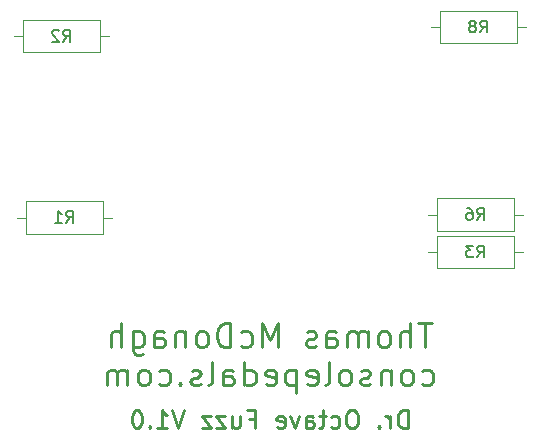
<source format=gbr>
G04 #@! TF.GenerationSoftware,KiCad,Pcbnew,(5.1.7)-1*
G04 #@! TF.CreationDate,2021-10-10T20:00:40-05:00*
G04 #@! TF.ProjectId,DrOctaveFuzz,44724f63-7461-4766-9546-757a7a2e6b69,rev?*
G04 #@! TF.SameCoordinates,Original*
G04 #@! TF.FileFunction,Legend,Bot*
G04 #@! TF.FilePolarity,Positive*
%FSLAX46Y46*%
G04 Gerber Fmt 4.6, Leading zero omitted, Abs format (unit mm)*
G04 Created by KiCad (PCBNEW (5.1.7)-1) date 2021-10-10 20:00:40*
%MOMM*%
%LPD*%
G01*
G04 APERTURE LIST*
%ADD10C,0.250000*%
%ADD11C,0.120000*%
%ADD12C,0.150000*%
G04 APERTURE END LIST*
D10*
X144392857Y-121963571D02*
X144392857Y-120463571D01*
X144035714Y-120463571D01*
X143821428Y-120535000D01*
X143678571Y-120677857D01*
X143607142Y-120820714D01*
X143535714Y-121106428D01*
X143535714Y-121320714D01*
X143607142Y-121606428D01*
X143678571Y-121749285D01*
X143821428Y-121892142D01*
X144035714Y-121963571D01*
X144392857Y-121963571D01*
X142892857Y-121963571D02*
X142892857Y-120963571D01*
X142892857Y-121249285D02*
X142821428Y-121106428D01*
X142750000Y-121035000D01*
X142607142Y-120963571D01*
X142464285Y-120963571D01*
X141964285Y-121820714D02*
X141892857Y-121892142D01*
X141964285Y-121963571D01*
X142035714Y-121892142D01*
X141964285Y-121820714D01*
X141964285Y-121963571D01*
X139821428Y-120463571D02*
X139535714Y-120463571D01*
X139392857Y-120535000D01*
X139250000Y-120677857D01*
X139178571Y-120963571D01*
X139178571Y-121463571D01*
X139250000Y-121749285D01*
X139392857Y-121892142D01*
X139535714Y-121963571D01*
X139821428Y-121963571D01*
X139964285Y-121892142D01*
X140107142Y-121749285D01*
X140178571Y-121463571D01*
X140178571Y-120963571D01*
X140107142Y-120677857D01*
X139964285Y-120535000D01*
X139821428Y-120463571D01*
X137892857Y-121892142D02*
X138035714Y-121963571D01*
X138321428Y-121963571D01*
X138464285Y-121892142D01*
X138535714Y-121820714D01*
X138607142Y-121677857D01*
X138607142Y-121249285D01*
X138535714Y-121106428D01*
X138464285Y-121035000D01*
X138321428Y-120963571D01*
X138035714Y-120963571D01*
X137892857Y-121035000D01*
X137464285Y-120963571D02*
X136892857Y-120963571D01*
X137250000Y-120463571D02*
X137250000Y-121749285D01*
X137178571Y-121892142D01*
X137035714Y-121963571D01*
X136892857Y-121963571D01*
X135750000Y-121963571D02*
X135750000Y-121177857D01*
X135821428Y-121035000D01*
X135964285Y-120963571D01*
X136250000Y-120963571D01*
X136392857Y-121035000D01*
X135750000Y-121892142D02*
X135892857Y-121963571D01*
X136250000Y-121963571D01*
X136392857Y-121892142D01*
X136464285Y-121749285D01*
X136464285Y-121606428D01*
X136392857Y-121463571D01*
X136250000Y-121392142D01*
X135892857Y-121392142D01*
X135750000Y-121320714D01*
X135178571Y-120963571D02*
X134821428Y-121963571D01*
X134464285Y-120963571D01*
X133321428Y-121892142D02*
X133464285Y-121963571D01*
X133750000Y-121963571D01*
X133892857Y-121892142D01*
X133964285Y-121749285D01*
X133964285Y-121177857D01*
X133892857Y-121035000D01*
X133750000Y-120963571D01*
X133464285Y-120963571D01*
X133321428Y-121035000D01*
X133250000Y-121177857D01*
X133250000Y-121320714D01*
X133964285Y-121463571D01*
X130964285Y-121177857D02*
X131464285Y-121177857D01*
X131464285Y-121963571D02*
X131464285Y-120463571D01*
X130750000Y-120463571D01*
X129535714Y-120963571D02*
X129535714Y-121963571D01*
X130178571Y-120963571D02*
X130178571Y-121749285D01*
X130107142Y-121892142D01*
X129964285Y-121963571D01*
X129750000Y-121963571D01*
X129607142Y-121892142D01*
X129535714Y-121820714D01*
X128964285Y-120963571D02*
X128178571Y-120963571D01*
X128964285Y-121963571D01*
X128178571Y-121963571D01*
X127750000Y-120963571D02*
X126964285Y-120963571D01*
X127750000Y-121963571D01*
X126964285Y-121963571D01*
X125464285Y-120463571D02*
X124964285Y-121963571D01*
X124464285Y-120463571D01*
X123178571Y-121963571D02*
X124035714Y-121963571D01*
X123607142Y-121963571D02*
X123607142Y-120463571D01*
X123750000Y-120677857D01*
X123892857Y-120820714D01*
X124035714Y-120892142D01*
X122535714Y-121820714D02*
X122464285Y-121892142D01*
X122535714Y-121963571D01*
X122607142Y-121892142D01*
X122535714Y-121820714D01*
X122535714Y-121963571D01*
X121535714Y-120463571D02*
X121392857Y-120463571D01*
X121250000Y-120535000D01*
X121178571Y-120606428D01*
X121107142Y-120749285D01*
X121035714Y-121035000D01*
X121035714Y-121392142D01*
X121107142Y-121677857D01*
X121178571Y-121820714D01*
X121250000Y-121892142D01*
X121392857Y-121963571D01*
X121535714Y-121963571D01*
X121678571Y-121892142D01*
X121750000Y-121820714D01*
X121821428Y-121677857D01*
X121892857Y-121392142D01*
X121892857Y-121035000D01*
X121821428Y-120749285D01*
X121750000Y-120606428D01*
X121678571Y-120535000D01*
X121535714Y-120463571D01*
X146429285Y-113103761D02*
X145286428Y-113103761D01*
X145857857Y-115103761D02*
X145857857Y-113103761D01*
X144619761Y-115103761D02*
X144619761Y-113103761D01*
X143762619Y-115103761D02*
X143762619Y-114056142D01*
X143857857Y-113865666D01*
X144048333Y-113770428D01*
X144334047Y-113770428D01*
X144524523Y-113865666D01*
X144619761Y-113960904D01*
X142524523Y-115103761D02*
X142715000Y-115008523D01*
X142810238Y-114913285D01*
X142905476Y-114722809D01*
X142905476Y-114151380D01*
X142810238Y-113960904D01*
X142715000Y-113865666D01*
X142524523Y-113770428D01*
X142238809Y-113770428D01*
X142048333Y-113865666D01*
X141953095Y-113960904D01*
X141857857Y-114151380D01*
X141857857Y-114722809D01*
X141953095Y-114913285D01*
X142048333Y-115008523D01*
X142238809Y-115103761D01*
X142524523Y-115103761D01*
X141000714Y-115103761D02*
X141000714Y-113770428D01*
X141000714Y-113960904D02*
X140905476Y-113865666D01*
X140715000Y-113770428D01*
X140429285Y-113770428D01*
X140238809Y-113865666D01*
X140143571Y-114056142D01*
X140143571Y-115103761D01*
X140143571Y-114056142D02*
X140048333Y-113865666D01*
X139857857Y-113770428D01*
X139572142Y-113770428D01*
X139381666Y-113865666D01*
X139286428Y-114056142D01*
X139286428Y-115103761D01*
X137476904Y-115103761D02*
X137476904Y-114056142D01*
X137572142Y-113865666D01*
X137762619Y-113770428D01*
X138143571Y-113770428D01*
X138334047Y-113865666D01*
X137476904Y-115008523D02*
X137667380Y-115103761D01*
X138143571Y-115103761D01*
X138334047Y-115008523D01*
X138429285Y-114818047D01*
X138429285Y-114627571D01*
X138334047Y-114437095D01*
X138143571Y-114341857D01*
X137667380Y-114341857D01*
X137476904Y-114246619D01*
X136619761Y-115008523D02*
X136429285Y-115103761D01*
X136048333Y-115103761D01*
X135857857Y-115008523D01*
X135762619Y-114818047D01*
X135762619Y-114722809D01*
X135857857Y-114532333D01*
X136048333Y-114437095D01*
X136334047Y-114437095D01*
X136524523Y-114341857D01*
X136619761Y-114151380D01*
X136619761Y-114056142D01*
X136524523Y-113865666D01*
X136334047Y-113770428D01*
X136048333Y-113770428D01*
X135857857Y-113865666D01*
X133381666Y-115103761D02*
X133381666Y-113103761D01*
X132715000Y-114532333D01*
X132048333Y-113103761D01*
X132048333Y-115103761D01*
X130238809Y-115008523D02*
X130429285Y-115103761D01*
X130810238Y-115103761D01*
X131000714Y-115008523D01*
X131095952Y-114913285D01*
X131191190Y-114722809D01*
X131191190Y-114151380D01*
X131095952Y-113960904D01*
X131000714Y-113865666D01*
X130810238Y-113770428D01*
X130429285Y-113770428D01*
X130238809Y-113865666D01*
X129381666Y-115103761D02*
X129381666Y-113103761D01*
X128905476Y-113103761D01*
X128619761Y-113199000D01*
X128429285Y-113389476D01*
X128334047Y-113579952D01*
X128238809Y-113960904D01*
X128238809Y-114246619D01*
X128334047Y-114627571D01*
X128429285Y-114818047D01*
X128619761Y-115008523D01*
X128905476Y-115103761D01*
X129381666Y-115103761D01*
X127095952Y-115103761D02*
X127286428Y-115008523D01*
X127381666Y-114913285D01*
X127476904Y-114722809D01*
X127476904Y-114151380D01*
X127381666Y-113960904D01*
X127286428Y-113865666D01*
X127095952Y-113770428D01*
X126810238Y-113770428D01*
X126619761Y-113865666D01*
X126524523Y-113960904D01*
X126429285Y-114151380D01*
X126429285Y-114722809D01*
X126524523Y-114913285D01*
X126619761Y-115008523D01*
X126810238Y-115103761D01*
X127095952Y-115103761D01*
X125572142Y-113770428D02*
X125572142Y-115103761D01*
X125572142Y-113960904D02*
X125476904Y-113865666D01*
X125286428Y-113770428D01*
X125000714Y-113770428D01*
X124810238Y-113865666D01*
X124715000Y-114056142D01*
X124715000Y-115103761D01*
X122905476Y-115103761D02*
X122905476Y-114056142D01*
X123000714Y-113865666D01*
X123191190Y-113770428D01*
X123572142Y-113770428D01*
X123762619Y-113865666D01*
X122905476Y-115008523D02*
X123095952Y-115103761D01*
X123572142Y-115103761D01*
X123762619Y-115008523D01*
X123857857Y-114818047D01*
X123857857Y-114627571D01*
X123762619Y-114437095D01*
X123572142Y-114341857D01*
X123095952Y-114341857D01*
X122905476Y-114246619D01*
X121095952Y-113770428D02*
X121095952Y-115389476D01*
X121191190Y-115579952D01*
X121286428Y-115675190D01*
X121476904Y-115770428D01*
X121762619Y-115770428D01*
X121953095Y-115675190D01*
X121095952Y-115008523D02*
X121286428Y-115103761D01*
X121667380Y-115103761D01*
X121857857Y-115008523D01*
X121953095Y-114913285D01*
X122048333Y-114722809D01*
X122048333Y-114151380D01*
X121953095Y-113960904D01*
X121857857Y-113865666D01*
X121667380Y-113770428D01*
X121286428Y-113770428D01*
X121095952Y-113865666D01*
X120143571Y-115103761D02*
X120143571Y-113103761D01*
X119286428Y-115103761D02*
X119286428Y-114056142D01*
X119381666Y-113865666D01*
X119572142Y-113770428D01*
X119857857Y-113770428D01*
X120048333Y-113865666D01*
X120143571Y-113960904D01*
X145619761Y-118258523D02*
X145810238Y-118353761D01*
X146191190Y-118353761D01*
X146381666Y-118258523D01*
X146476904Y-118163285D01*
X146572142Y-117972809D01*
X146572142Y-117401380D01*
X146476904Y-117210904D01*
X146381666Y-117115666D01*
X146191190Y-117020428D01*
X145810238Y-117020428D01*
X145619761Y-117115666D01*
X144476904Y-118353761D02*
X144667380Y-118258523D01*
X144762619Y-118163285D01*
X144857857Y-117972809D01*
X144857857Y-117401380D01*
X144762619Y-117210904D01*
X144667380Y-117115666D01*
X144476904Y-117020428D01*
X144191190Y-117020428D01*
X144000714Y-117115666D01*
X143905476Y-117210904D01*
X143810238Y-117401380D01*
X143810238Y-117972809D01*
X143905476Y-118163285D01*
X144000714Y-118258523D01*
X144191190Y-118353761D01*
X144476904Y-118353761D01*
X142953095Y-117020428D02*
X142953095Y-118353761D01*
X142953095Y-117210904D02*
X142857857Y-117115666D01*
X142667380Y-117020428D01*
X142381666Y-117020428D01*
X142191190Y-117115666D01*
X142095952Y-117306142D01*
X142095952Y-118353761D01*
X141238809Y-118258523D02*
X141048333Y-118353761D01*
X140667380Y-118353761D01*
X140476904Y-118258523D01*
X140381666Y-118068047D01*
X140381666Y-117972809D01*
X140476904Y-117782333D01*
X140667380Y-117687095D01*
X140953095Y-117687095D01*
X141143571Y-117591857D01*
X141238809Y-117401380D01*
X141238809Y-117306142D01*
X141143571Y-117115666D01*
X140953095Y-117020428D01*
X140667380Y-117020428D01*
X140476904Y-117115666D01*
X139238809Y-118353761D02*
X139429285Y-118258523D01*
X139524523Y-118163285D01*
X139619761Y-117972809D01*
X139619761Y-117401380D01*
X139524523Y-117210904D01*
X139429285Y-117115666D01*
X139238809Y-117020428D01*
X138953095Y-117020428D01*
X138762619Y-117115666D01*
X138667380Y-117210904D01*
X138572142Y-117401380D01*
X138572142Y-117972809D01*
X138667380Y-118163285D01*
X138762619Y-118258523D01*
X138953095Y-118353761D01*
X139238809Y-118353761D01*
X137429285Y-118353761D02*
X137619761Y-118258523D01*
X137715000Y-118068047D01*
X137715000Y-116353761D01*
X135905476Y-118258523D02*
X136095952Y-118353761D01*
X136476904Y-118353761D01*
X136667380Y-118258523D01*
X136762619Y-118068047D01*
X136762619Y-117306142D01*
X136667380Y-117115666D01*
X136476904Y-117020428D01*
X136095952Y-117020428D01*
X135905476Y-117115666D01*
X135810238Y-117306142D01*
X135810238Y-117496619D01*
X136762619Y-117687095D01*
X134953095Y-117020428D02*
X134953095Y-119020428D01*
X134953095Y-117115666D02*
X134762619Y-117020428D01*
X134381666Y-117020428D01*
X134191190Y-117115666D01*
X134095952Y-117210904D01*
X134000714Y-117401380D01*
X134000714Y-117972809D01*
X134095952Y-118163285D01*
X134191190Y-118258523D01*
X134381666Y-118353761D01*
X134762619Y-118353761D01*
X134953095Y-118258523D01*
X132381666Y-118258523D02*
X132572142Y-118353761D01*
X132953095Y-118353761D01*
X133143571Y-118258523D01*
X133238809Y-118068047D01*
X133238809Y-117306142D01*
X133143571Y-117115666D01*
X132953095Y-117020428D01*
X132572142Y-117020428D01*
X132381666Y-117115666D01*
X132286428Y-117306142D01*
X132286428Y-117496619D01*
X133238809Y-117687095D01*
X130572142Y-118353761D02*
X130572142Y-116353761D01*
X130572142Y-118258523D02*
X130762619Y-118353761D01*
X131143571Y-118353761D01*
X131334047Y-118258523D01*
X131429285Y-118163285D01*
X131524523Y-117972809D01*
X131524523Y-117401380D01*
X131429285Y-117210904D01*
X131334047Y-117115666D01*
X131143571Y-117020428D01*
X130762619Y-117020428D01*
X130572142Y-117115666D01*
X128762619Y-118353761D02*
X128762619Y-117306142D01*
X128857857Y-117115666D01*
X129048333Y-117020428D01*
X129429285Y-117020428D01*
X129619761Y-117115666D01*
X128762619Y-118258523D02*
X128953095Y-118353761D01*
X129429285Y-118353761D01*
X129619761Y-118258523D01*
X129715000Y-118068047D01*
X129715000Y-117877571D01*
X129619761Y-117687095D01*
X129429285Y-117591857D01*
X128953095Y-117591857D01*
X128762619Y-117496619D01*
X127524523Y-118353761D02*
X127715000Y-118258523D01*
X127810238Y-118068047D01*
X127810238Y-116353761D01*
X126857857Y-118258523D02*
X126667380Y-118353761D01*
X126286428Y-118353761D01*
X126095952Y-118258523D01*
X126000714Y-118068047D01*
X126000714Y-117972809D01*
X126095952Y-117782333D01*
X126286428Y-117687095D01*
X126572142Y-117687095D01*
X126762619Y-117591857D01*
X126857857Y-117401380D01*
X126857857Y-117306142D01*
X126762619Y-117115666D01*
X126572142Y-117020428D01*
X126286428Y-117020428D01*
X126095952Y-117115666D01*
X125143571Y-118163285D02*
X125048333Y-118258523D01*
X125143571Y-118353761D01*
X125238809Y-118258523D01*
X125143571Y-118163285D01*
X125143571Y-118353761D01*
X123334047Y-118258523D02*
X123524523Y-118353761D01*
X123905476Y-118353761D01*
X124095952Y-118258523D01*
X124191190Y-118163285D01*
X124286428Y-117972809D01*
X124286428Y-117401380D01*
X124191190Y-117210904D01*
X124095952Y-117115666D01*
X123905476Y-117020428D01*
X123524523Y-117020428D01*
X123334047Y-117115666D01*
X122191190Y-118353761D02*
X122381666Y-118258523D01*
X122476904Y-118163285D01*
X122572142Y-117972809D01*
X122572142Y-117401380D01*
X122476904Y-117210904D01*
X122381666Y-117115666D01*
X122191190Y-117020428D01*
X121905476Y-117020428D01*
X121715000Y-117115666D01*
X121619761Y-117210904D01*
X121524523Y-117401380D01*
X121524523Y-117972809D01*
X121619761Y-118163285D01*
X121715000Y-118258523D01*
X121905476Y-118353761D01*
X122191190Y-118353761D01*
X120667380Y-118353761D02*
X120667380Y-117020428D01*
X120667380Y-117210904D02*
X120572142Y-117115666D01*
X120381666Y-117020428D01*
X120095952Y-117020428D01*
X119905476Y-117115666D01*
X119810238Y-117306142D01*
X119810238Y-118353761D01*
X119810238Y-117306142D02*
X119715000Y-117115666D01*
X119524523Y-117020428D01*
X119238809Y-117020428D01*
X119048333Y-117115666D01*
X118953095Y-117306142D01*
X118953095Y-118353761D01*
D11*
G04 #@! TO.C,R8*
X146328000Y-88011000D02*
X147098000Y-88011000D01*
X154408000Y-88011000D02*
X153638000Y-88011000D01*
X147098000Y-86641000D02*
X153638000Y-86641000D01*
X147098000Y-89381000D02*
X147098000Y-86641000D01*
X153638000Y-89381000D02*
X147098000Y-89381000D01*
X153638000Y-86641000D02*
X153638000Y-89381000D01*
G04 #@! TO.C,R1*
X119356000Y-104140000D02*
X118586000Y-104140000D01*
X111276000Y-104140000D02*
X112046000Y-104140000D01*
X118586000Y-105510000D02*
X112046000Y-105510000D01*
X118586000Y-102770000D02*
X118586000Y-105510000D01*
X112046000Y-102770000D02*
X118586000Y-102770000D01*
X112046000Y-105510000D02*
X112046000Y-102770000D01*
G04 #@! TO.C,R2*
X118332000Y-87403000D02*
X118332000Y-90143000D01*
X118332000Y-90143000D02*
X111792000Y-90143000D01*
X111792000Y-90143000D02*
X111792000Y-87403000D01*
X111792000Y-87403000D02*
X118332000Y-87403000D01*
X119102000Y-88773000D02*
X118332000Y-88773000D01*
X111022000Y-88773000D02*
X111792000Y-88773000D01*
G04 #@! TO.C,R3*
X154154000Y-107061000D02*
X153384000Y-107061000D01*
X146074000Y-107061000D02*
X146844000Y-107061000D01*
X153384000Y-108431000D02*
X146844000Y-108431000D01*
X153384000Y-105691000D02*
X153384000Y-108431000D01*
X146844000Y-105691000D02*
X153384000Y-105691000D01*
X146844000Y-108431000D02*
X146844000Y-105691000D01*
G04 #@! TO.C,R6*
X146074000Y-103886000D02*
X146844000Y-103886000D01*
X154154000Y-103886000D02*
X153384000Y-103886000D01*
X146844000Y-102516000D02*
X153384000Y-102516000D01*
X146844000Y-105256000D02*
X146844000Y-102516000D01*
X153384000Y-105256000D02*
X146844000Y-105256000D01*
X153384000Y-102516000D02*
X153384000Y-105256000D01*
G04 #@! TO.C,R8*
D12*
X150534666Y-88463380D02*
X150868000Y-87987190D01*
X151106095Y-88463380D02*
X151106095Y-87463380D01*
X150725142Y-87463380D01*
X150629904Y-87511000D01*
X150582285Y-87558619D01*
X150534666Y-87653857D01*
X150534666Y-87796714D01*
X150582285Y-87891952D01*
X150629904Y-87939571D01*
X150725142Y-87987190D01*
X151106095Y-87987190D01*
X149963238Y-87891952D02*
X150058476Y-87844333D01*
X150106095Y-87796714D01*
X150153714Y-87701476D01*
X150153714Y-87653857D01*
X150106095Y-87558619D01*
X150058476Y-87511000D01*
X149963238Y-87463380D01*
X149772761Y-87463380D01*
X149677523Y-87511000D01*
X149629904Y-87558619D01*
X149582285Y-87653857D01*
X149582285Y-87701476D01*
X149629904Y-87796714D01*
X149677523Y-87844333D01*
X149772761Y-87891952D01*
X149963238Y-87891952D01*
X150058476Y-87939571D01*
X150106095Y-87987190D01*
X150153714Y-88082428D01*
X150153714Y-88272904D01*
X150106095Y-88368142D01*
X150058476Y-88415761D01*
X149963238Y-88463380D01*
X149772761Y-88463380D01*
X149677523Y-88415761D01*
X149629904Y-88368142D01*
X149582285Y-88272904D01*
X149582285Y-88082428D01*
X149629904Y-87987190D01*
X149677523Y-87939571D01*
X149772761Y-87891952D01*
G04 #@! TO.C,R1*
X115482666Y-104564381D02*
X115816000Y-104088191D01*
X116054095Y-104564381D02*
X116054095Y-103564381D01*
X115673142Y-103564381D01*
X115577904Y-103612001D01*
X115530285Y-103659620D01*
X115482666Y-103754858D01*
X115482666Y-103897715D01*
X115530285Y-103992953D01*
X115577904Y-104040572D01*
X115673142Y-104088191D01*
X116054095Y-104088191D01*
X114530285Y-104564381D02*
X115101714Y-104564381D01*
X114816000Y-104564381D02*
X114816000Y-103564381D01*
X114911238Y-103707239D01*
X115006476Y-103802477D01*
X115101714Y-103850096D01*
G04 #@! TO.C,R2*
X115228666Y-89239379D02*
X115562000Y-88763189D01*
X115800095Y-89239379D02*
X115800095Y-88239379D01*
X115419142Y-88239379D01*
X115323904Y-88286999D01*
X115276285Y-88334618D01*
X115228666Y-88429856D01*
X115228666Y-88572713D01*
X115276285Y-88667951D01*
X115323904Y-88715570D01*
X115419142Y-88763189D01*
X115800095Y-88763189D01*
X114847714Y-88334618D02*
X114800095Y-88286999D01*
X114704857Y-88239379D01*
X114466761Y-88239379D01*
X114371523Y-88286999D01*
X114323904Y-88334618D01*
X114276285Y-88429856D01*
X114276285Y-88525094D01*
X114323904Y-88667951D01*
X114895333Y-89239379D01*
X114276285Y-89239379D01*
G04 #@! TO.C,R3*
X150280666Y-107513381D02*
X150614000Y-107037191D01*
X150852095Y-107513381D02*
X150852095Y-106513381D01*
X150471142Y-106513381D01*
X150375904Y-106561001D01*
X150328285Y-106608620D01*
X150280666Y-106703858D01*
X150280666Y-106846715D01*
X150328285Y-106941953D01*
X150375904Y-106989572D01*
X150471142Y-107037191D01*
X150852095Y-107037191D01*
X149947333Y-106513381D02*
X149328285Y-106513381D01*
X149661619Y-106894334D01*
X149518761Y-106894334D01*
X149423523Y-106941953D01*
X149375904Y-106989572D01*
X149328285Y-107084810D01*
X149328285Y-107322905D01*
X149375904Y-107418143D01*
X149423523Y-107465762D01*
X149518761Y-107513381D01*
X149804476Y-107513381D01*
X149899714Y-107465762D01*
X149947333Y-107418143D01*
G04 #@! TO.C,R6*
X150280666Y-104337379D02*
X150614000Y-103861189D01*
X150852095Y-104337379D02*
X150852095Y-103337379D01*
X150471142Y-103337379D01*
X150375904Y-103384999D01*
X150328285Y-103432618D01*
X150280666Y-103527856D01*
X150280666Y-103670713D01*
X150328285Y-103765951D01*
X150375904Y-103813570D01*
X150471142Y-103861189D01*
X150852095Y-103861189D01*
X149423523Y-103337379D02*
X149614000Y-103337379D01*
X149709238Y-103384999D01*
X149756857Y-103432618D01*
X149852095Y-103575475D01*
X149899714Y-103765951D01*
X149899714Y-104146903D01*
X149852095Y-104242141D01*
X149804476Y-104289760D01*
X149709238Y-104337379D01*
X149518761Y-104337379D01*
X149423523Y-104289760D01*
X149375904Y-104242141D01*
X149328285Y-104146903D01*
X149328285Y-103908808D01*
X149375904Y-103813570D01*
X149423523Y-103765951D01*
X149518761Y-103718332D01*
X149709238Y-103718332D01*
X149804476Y-103765951D01*
X149852095Y-103813570D01*
X149899714Y-103908808D01*
G04 #@! TD*
M02*

</source>
